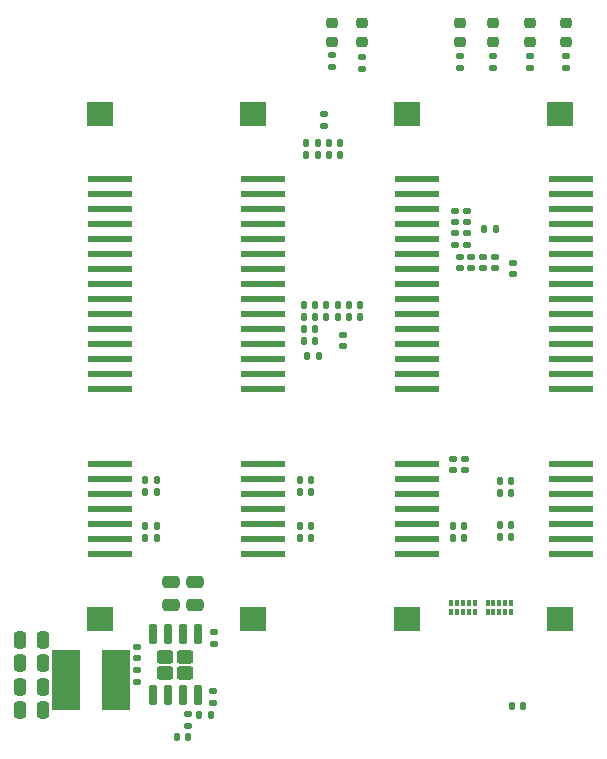
<source format=gbr>
%TF.GenerationSoftware,KiCad,Pcbnew,(6.0.4)*%
%TF.CreationDate,2022-08-11T23:06:16+02:00*%
%TF.ProjectId,MainBoard,4d61696e-426f-4617-9264-2e6b69636164,rev?*%
%TF.SameCoordinates,PXa344e00PY7102aa0*%
%TF.FileFunction,Paste,Bot*%
%TF.FilePolarity,Positive*%
%FSLAX46Y46*%
G04 Gerber Fmt 4.6, Leading zero omitted, Abs format (unit mm)*
G04 Created by KiCad (PCBNEW (6.0.4)) date 2022-08-11 23:06:16*
%MOMM*%
%LPD*%
G01*
G04 APERTURE LIST*
G04 Aperture macros list*
%AMRoundRect*
0 Rectangle with rounded corners*
0 $1 Rounding radius*
0 $2 $3 $4 $5 $6 $7 $8 $9 X,Y pos of 4 corners*
0 Add a 4 corners polygon primitive as box body*
4,1,4,$2,$3,$4,$5,$6,$7,$8,$9,$2,$3,0*
0 Add four circle primitives for the rounded corners*
1,1,$1+$1,$2,$3*
1,1,$1+$1,$4,$5*
1,1,$1+$1,$6,$7*
1,1,$1+$1,$8,$9*
0 Add four rect primitives between the rounded corners*
20,1,$1+$1,$2,$3,$4,$5,0*
20,1,$1+$1,$4,$5,$6,$7,0*
20,1,$1+$1,$6,$7,$8,$9,0*
20,1,$1+$1,$8,$9,$2,$3,0*%
%AMOutline4P*
0 Free polygon, 4 corners , with rotation*
0 The origin of the aperture is its center*
0 number of corners: always 4*
0 $1 to $8 corner X, Y*
0 $9 Rotation angle, in degrees counterclockwise*
0 create outline with 4 corners*
4,1,4,$1,$2,$3,$4,$5,$6,$7,$8,$1,$2,$9*%
G04 Aperture macros list end*
%ADD10RoundRect,0.135000X-0.185000X0.135000X-0.185000X-0.135000X0.185000X-0.135000X0.185000X0.135000X0*%
%ADD11RoundRect,0.147500X0.172500X-0.147500X0.172500X0.147500X-0.172500X0.147500X-0.172500X-0.147500X0*%
%ADD12RoundRect,0.147500X0.147500X0.172500X-0.147500X0.172500X-0.147500X-0.172500X0.147500X-0.172500X0*%
%ADD13R,0.300000X0.550000*%
%ADD14R,0.400000X0.550000*%
%ADD15RoundRect,0.140000X0.140000X0.170000X-0.140000X0.170000X-0.140000X-0.170000X0.140000X-0.170000X0*%
%ADD16RoundRect,0.135000X0.185000X-0.135000X0.185000X0.135000X-0.185000X0.135000X-0.185000X-0.135000X0*%
%ADD17R,3.800000X0.600000*%
%ADD18Outline4P,-1.050000X-1.100000X1.050000X-1.100000X1.050000X1.100000X-1.050000X1.100000X90.000000*%
%ADD19RoundRect,0.250000X-0.475000X0.250000X-0.475000X-0.250000X0.475000X-0.250000X0.475000X0.250000X0*%
%ADD20RoundRect,0.250000X-0.250000X-0.475000X0.250000X-0.475000X0.250000X0.475000X-0.250000X0.475000X0*%
%ADD21RoundRect,0.140000X-0.140000X-0.170000X0.140000X-0.170000X0.140000X0.170000X-0.140000X0.170000X0*%
%ADD22RoundRect,0.218750X0.256250X-0.218750X0.256250X0.218750X-0.256250X0.218750X-0.256250X-0.218750X0*%
%ADD23RoundRect,0.135000X0.135000X0.185000X-0.135000X0.185000X-0.135000X-0.185000X0.135000X-0.185000X0*%
%ADD24RoundRect,0.147500X-0.172500X0.147500X-0.172500X-0.147500X0.172500X-0.147500X0.172500X0.147500X0*%
%ADD25RoundRect,0.140000X-0.170000X0.140000X-0.170000X-0.140000X0.170000X-0.140000X0.170000X0.140000X0*%
%ADD26R,2.350000X5.100000*%
%ADD27RoundRect,0.140000X0.170000X-0.140000X0.170000X0.140000X-0.170000X0.140000X-0.170000X-0.140000X0*%
%ADD28RoundRect,0.250000X-0.460000X0.315000X-0.460000X-0.315000X0.460000X-0.315000X0.460000X0.315000X0*%
%ADD29RoundRect,0.150000X-0.150000X0.737500X-0.150000X-0.737500X0.150000X-0.737500X0.150000X0.737500X0*%
G04 APERTURE END LIST*
D10*
%TO.C,R8*%
X38300000Y66010000D03*
X38300000Y64990000D03*
%TD*%
D11*
%TO.C,FB3*%
X42800000Y47515000D03*
X42800000Y48485000D03*
%TD*%
D12*
%TO.C,FB2*%
X41385000Y51400000D03*
X40415000Y51400000D03*
%TD*%
D13*
%TO.C,U1*%
X42670000Y18955000D03*
X42170000Y18955000D03*
D14*
X41670000Y18955000D03*
D13*
X41170000Y18955000D03*
X40670000Y18955000D03*
X40670000Y19725000D03*
X41170000Y19725000D03*
D14*
X41670000Y19725000D03*
D13*
X42170000Y19725000D03*
X42670000Y19725000D03*
%TD*%
D15*
%TO.C,C41*%
X26280000Y57600000D03*
X25320000Y57600000D03*
%TD*%
D16*
%TO.C,R27*%
X30050000Y64940000D03*
X30050000Y65960000D03*
%TD*%
D17*
%TO.C,J2*%
X47700000Y23855000D03*
X47700000Y25125000D03*
X47700000Y26395000D03*
X47700000Y27665000D03*
X47700000Y28935000D03*
X47700000Y30205000D03*
X47700000Y31475000D03*
X47700000Y37825000D03*
X47700000Y39095000D03*
X47700000Y40365000D03*
X47700000Y41635000D03*
X47700000Y42905000D03*
X47700000Y44175000D03*
X47700000Y45445000D03*
X47700000Y46715000D03*
X47700000Y47985000D03*
X47700000Y49255000D03*
X47700000Y50525000D03*
X47700000Y51795000D03*
X47700000Y53065000D03*
X47700000Y54335000D03*
X47700000Y55605000D03*
D18*
X46850000Y61080000D03*
X46850000Y18380000D03*
%TD*%
D15*
%TO.C,C1*%
X43700000Y11000000D03*
X42740000Y11000000D03*
%TD*%
D10*
%TO.C,R6*%
X44300000Y66010000D03*
X44300000Y64990000D03*
%TD*%
D19*
%TO.C,C75*%
X13870000Y21450000D03*
X13870000Y19550000D03*
%TD*%
D20*
%TO.C,C76*%
X1120000Y12600000D03*
X3020000Y12600000D03*
%TD*%
D15*
%TO.C,C18*%
X42650000Y30020000D03*
X41690000Y30020000D03*
%TD*%
D21*
%TO.C,C17*%
X11690000Y29100000D03*
X12650000Y29100000D03*
%TD*%
%TO.C,C10*%
X11690000Y26200000D03*
X12650000Y26200000D03*
%TD*%
D16*
%TO.C,R21*%
X15300000Y9290000D03*
X15300000Y10310000D03*
%TD*%
D15*
%TO.C,C56*%
X27980000Y44900000D03*
X27020000Y44900000D03*
%TD*%
D21*
%TO.C,C16*%
X24790000Y29100000D03*
X25750000Y29100000D03*
%TD*%
%TO.C,C20*%
X24790000Y30080000D03*
X25750000Y30080000D03*
%TD*%
D11*
%TO.C,FB6*%
X28400000Y41415000D03*
X28400000Y42385000D03*
%TD*%
D21*
%TO.C,C8*%
X37748000Y26234000D03*
X38708000Y26234000D03*
%TD*%
D22*
%TO.C,D1*%
X47300000Y67212500D03*
X47300000Y68787500D03*
%TD*%
%TO.C,D2*%
X44300000Y67212500D03*
X44300000Y68787500D03*
%TD*%
D21*
%TO.C,C21*%
X11690000Y30080000D03*
X12650000Y30080000D03*
%TD*%
%TO.C,C5*%
X24790000Y25200000D03*
X25750000Y25200000D03*
%TD*%
%TO.C,C77*%
X14352000Y8326000D03*
X15312000Y8326000D03*
%TD*%
D23*
%TO.C,R22*%
X17285000Y10250000D03*
X16265000Y10250000D03*
%TD*%
D21*
%TO.C,C48*%
X25120000Y42900000D03*
X26080000Y42900000D03*
%TD*%
D10*
%TO.C,R5*%
X47300000Y66010000D03*
X47300000Y64990000D03*
%TD*%
D12*
%TO.C,FB7*%
X26385000Y40600000D03*
X25415000Y40600000D03*
%TD*%
D10*
%TO.C,R23*%
X17440000Y12220000D03*
X17440000Y11200000D03*
%TD*%
D21*
%TO.C,C4*%
X37728000Y25218000D03*
X38688000Y25218000D03*
%TD*%
D24*
%TO.C,FB5*%
X26800000Y61085000D03*
X26800000Y60115000D03*
%TD*%
D25*
%TO.C,C66*%
X11000000Y15960000D03*
X11000000Y15000000D03*
%TD*%
D10*
%TO.C,R20*%
X11000000Y13990000D03*
X11000000Y12970000D03*
%TD*%
D22*
%TO.C,D11*%
X27500000Y67212500D03*
X27500000Y68787500D03*
%TD*%
D21*
%TO.C,C59*%
X25120000Y41900000D03*
X26080000Y41900000D03*
%TD*%
D26*
%TO.C,L1*%
X9175000Y13200000D03*
X5025000Y13200000D03*
%TD*%
D21*
%TO.C,C6*%
X11690000Y25200000D03*
X12650000Y25200000D03*
%TD*%
D25*
%TO.C,C34*%
X40300000Y48980000D03*
X40300000Y48020000D03*
%TD*%
%TO.C,C39*%
X41300000Y48980000D03*
X41300000Y48020000D03*
%TD*%
%TO.C,C38*%
X38900000Y50980000D03*
X38900000Y50020000D03*
%TD*%
D22*
%TO.C,D3*%
X41170000Y67212500D03*
X41170000Y68787500D03*
%TD*%
D20*
%TO.C,C71*%
X1120000Y14600000D03*
X3020000Y14600000D03*
%TD*%
D22*
%TO.C,D4*%
X38300000Y67212500D03*
X38300000Y68787500D03*
%TD*%
D21*
%TO.C,C9*%
X24790000Y26180000D03*
X25750000Y26180000D03*
%TD*%
%TO.C,C57*%
X25120000Y43900000D03*
X26080000Y43900000D03*
%TD*%
D15*
%TO.C,C14*%
X42650000Y29000000D03*
X41690000Y29000000D03*
%TD*%
D17*
%TO.C,J3*%
X34700000Y23845000D03*
X34700000Y25115000D03*
X34700000Y26385000D03*
X34700000Y27655000D03*
X34700000Y28925000D03*
X34700000Y30195000D03*
X34700000Y31465000D03*
X34700000Y37815000D03*
X34700000Y39085000D03*
X34700000Y40355000D03*
X34700000Y41625000D03*
X34700000Y42895000D03*
X34700000Y44165000D03*
X34700000Y45435000D03*
X34700000Y46705000D03*
X34700000Y47975000D03*
X34700000Y49245000D03*
X34700000Y50515000D03*
X34700000Y51785000D03*
X34700000Y53055000D03*
X34700000Y54325000D03*
X34700000Y55595000D03*
D18*
X33850000Y18370000D03*
X33850000Y61070000D03*
%TD*%
D13*
%TO.C,U2*%
X39620000Y18915000D03*
X39120000Y18915000D03*
D14*
X38620000Y18915000D03*
D13*
X38120000Y18915000D03*
X37620000Y18915000D03*
X37620000Y19685000D03*
X38120000Y19685000D03*
D14*
X38620000Y19685000D03*
D13*
X39120000Y19685000D03*
X39620000Y19685000D03*
%TD*%
D21*
%TO.C,C47*%
X28920000Y44900000D03*
X29880000Y44900000D03*
%TD*%
D27*
%TO.C,C19*%
X37770000Y30920000D03*
X37770000Y31880000D03*
%TD*%
D21*
%TO.C,C31*%
X27220000Y58600000D03*
X28180000Y58600000D03*
%TD*%
D25*
%TO.C,C29*%
X38300000Y48980000D03*
X38300000Y48020000D03*
%TD*%
D15*
%TO.C,C7*%
X42650000Y26280000D03*
X41690000Y26280000D03*
%TD*%
%TO.C,C58*%
X27980000Y43900000D03*
X27020000Y43900000D03*
%TD*%
D22*
%TO.C,D12*%
X30050000Y67212500D03*
X30050000Y68787500D03*
%TD*%
D28*
%TO.C,U7*%
X15100000Y13800000D03*
X13400000Y13800000D03*
X15100000Y15160000D03*
X13400000Y15160000D03*
D29*
X12345000Y17042500D03*
X13615000Y17042500D03*
X14885000Y17042500D03*
X16155000Y17042500D03*
X16155000Y11917500D03*
X14885000Y11917500D03*
X13615000Y11917500D03*
X12345000Y11917500D03*
%TD*%
D27*
%TO.C,C28*%
X37900000Y51920000D03*
X37900000Y52880000D03*
%TD*%
D19*
%TO.C,C70*%
X15900000Y21450000D03*
X15900000Y19550000D03*
%TD*%
D20*
%TO.C,C68*%
X1120000Y16600000D03*
X3020000Y16600000D03*
%TD*%
D17*
%TO.C,J4*%
X21700000Y23855000D03*
X21700000Y25125000D03*
X21700000Y26395000D03*
X21700000Y27665000D03*
X21700000Y28935000D03*
X21700000Y30205000D03*
X21700000Y31475000D03*
X21700000Y37825000D03*
X21700000Y39095000D03*
X21700000Y40365000D03*
X21700000Y41635000D03*
X21700000Y42905000D03*
X21700000Y44175000D03*
X21700000Y45445000D03*
X21700000Y46715000D03*
X21700000Y47985000D03*
X21700000Y49255000D03*
X21700000Y50525000D03*
X21700000Y51795000D03*
X21700000Y53065000D03*
X21700000Y54335000D03*
X21700000Y55605000D03*
D18*
X20850000Y61080000D03*
X20850000Y18380000D03*
%TD*%
D27*
%TO.C,C15*%
X38770000Y30920000D03*
X38770000Y31880000D03*
%TD*%
D21*
%TO.C,C26*%
X27220000Y57600000D03*
X28180000Y57600000D03*
%TD*%
%TO.C,C52*%
X28920000Y43900000D03*
X29880000Y43900000D03*
%TD*%
D15*
%TO.C,C3*%
X42650000Y25300000D03*
X41690000Y25300000D03*
%TD*%
D21*
%TO.C,C53*%
X25120000Y44900000D03*
X26080000Y44900000D03*
%TD*%
D10*
%TO.C,R7*%
X41170000Y66010000D03*
X41170000Y64990000D03*
%TD*%
D27*
%TO.C,C69*%
X17500000Y16250000D03*
X17500000Y17210000D03*
%TD*%
D15*
%TO.C,C36*%
X26280000Y58600000D03*
X25320000Y58600000D03*
%TD*%
D25*
%TO.C,C33*%
X37900000Y50980000D03*
X37900000Y50020000D03*
%TD*%
D20*
%TO.C,C73*%
X1120000Y10600000D03*
X3020000Y10600000D03*
%TD*%
D16*
%TO.C,R9*%
X27500000Y65040000D03*
X27500000Y66060000D03*
%TD*%
D17*
%TO.C,J5*%
X8690000Y23855000D03*
X8690000Y25125000D03*
X8690000Y26395000D03*
X8690000Y27665000D03*
X8690000Y28935000D03*
X8690000Y30205000D03*
X8690000Y31475000D03*
X8690000Y37825000D03*
X8690000Y39095000D03*
X8690000Y40365000D03*
X8690000Y41635000D03*
X8690000Y42905000D03*
X8690000Y44175000D03*
X8690000Y45445000D03*
X8690000Y46715000D03*
X8690000Y47985000D03*
X8690000Y49255000D03*
X8690000Y50525000D03*
X8690000Y51795000D03*
X8690000Y53065000D03*
X8690000Y54335000D03*
X8690000Y55605000D03*
D18*
X7840000Y18380000D03*
X7840000Y61080000D03*
%TD*%
D25*
%TO.C,C24*%
X39300000Y48980000D03*
X39300000Y48020000D03*
%TD*%
D27*
%TO.C,C23*%
X38900000Y51920000D03*
X38900000Y52880000D03*
%TD*%
M02*

</source>
